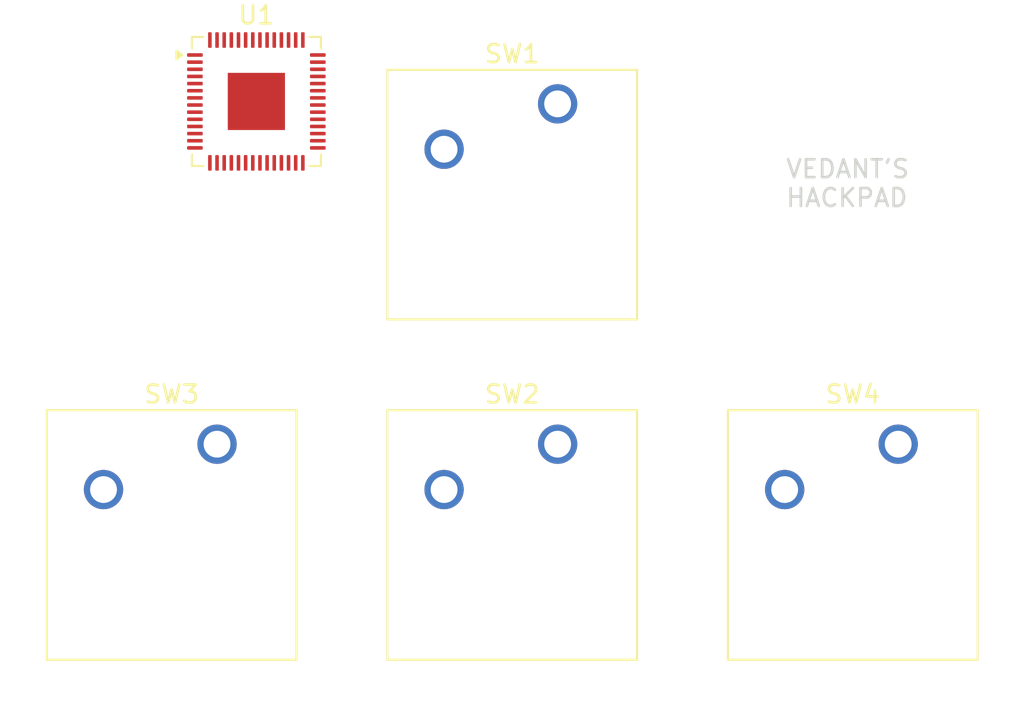
<source format=kicad_pcb>
(kicad_pcb (version 20241229) (generator "pcbnew") (generator_version "9.0")
  (layers (0 "F.Cu" signal) (2 "B.Cu" signal) (13 "F.Paste" user) (15 "B.Paste" user) (5 "F.SilkS" user "F.Silkscreen") (7 "B.SilkS" user "B.Silkscreen") (1 "F.Mask" user) (3 "B.Mask" user) (25 "Edge.Cuts" user))
  (net 0 "")
  (net 2 "Net-(U1-IOVDD-Pad1)")
  (net 3 "Net-(U1-DVDD-Pad23)")
  (net 15 "GND")
  (net 23 "Net-(U1-GPIO5)")
  (net 27 "Net-(U1-GPIO2)")
  (net 32 "Net-(U1-GPIO3)")
  (net 44 "Net-(U1-GPIO4)")
  (footprint "Button_Switch_Keyboard:SW_Cherry_MX_1.00u_PCB" (layer "F.Cu") (at 178.562 64.008)
    (property "Reference" "SW2" (at -2.54 -2.794 0) (layer "F.SilkS"))
    (property "Value" "SW_DOWN")
    (fp_line (start -9.525 -1.905) (end 4.445 -1.905) (stroke (width 0.12)) (layer "F.SilkS"))
    (fp_line (start -9.525 12.065) (end -9.525 -1.905) (stroke (width 0.12)) (layer "F.SilkS"))
    (fp_line (start 4.445 -1.905) (end 4.445 12.065) (stroke (width 0.12)) (layer "F.SilkS"))
    (fp_line (start 4.445 12.065) (end -9.525 12.065) (stroke (width 0.12)) (layer "F.SilkS"))
    (pad "" np_thru_hole circle (at -7.62 5.08) (size 1.7 1.7) (drill 1.7) (layers "*.Cu" "*.Mask"))
    (pad "" np_thru_hole circle (at -2.54 5.08) (size 4 4) (drill 4) (layers "*.Cu" "*.Mask"))
    (pad "" np_thru_hole circle (at 2.54 5.08) (size 1.7 1.7) (drill 1.7) (layers "*.Cu" "*.Mask"))
    (pad "1" thru_hole circle (at 0 0) (size 2.2 2.2) (drill 1.5) (layers "*.Cu" "*.Mask") (net 15 "GND"))
    (pad "2" thru_hole circle (at -6.35 2.54) (size 2.2 2.2) (drill 1.5) (layers "*.Cu" "*.Mask") (net 32 "Net-(U1-GPIO3)"))
  )
  (footprint "Button_Switch_Keyboard:SW_Cherry_MX_1.00u_PCB" (layer "F.Cu") (at 178.562 44.958)
    (property "Reference" "SW1" (at -2.54 -2.794 0) (layer "F.SilkS"))
    (property "Value" "SW_UP")
    (fp_line (start -9.525 -1.905) (end 4.445 -1.905) (stroke (width 0.12)) (layer "F.SilkS"))
    (fp_line (start -9.525 12.065) (end -9.525 -1.905) (stroke (width 0.12)) (layer "F.SilkS"))
    (fp_line (start 4.445 -1.905) (end 4.445 12.065) (stroke (width 0.12)) (layer "F.SilkS"))
    (fp_line (start 4.445 12.065) (end -9.525 12.065) (stroke (width 0.12)) (layer "F.SilkS"))
    (pad "" np_thru_hole circle (at -7.62 5.08) (size 1.7 1.7) (drill 1.7) (layers "*.Cu" "*.Mask"))
    (pad "" np_thru_hole circle (at -2.54 5.08) (size 4 4) (drill 4) (layers "*.Cu" "*.Mask"))
    (pad "" np_thru_hole circle (at 2.54 5.08) (size 1.7 1.7) (drill 1.7) (layers "*.Cu" "*.Mask"))
    (pad "1" thru_hole circle (at 0 0) (size 2.2 2.2) (drill 1.5) (layers "*.Cu" "*.Mask") (net 15 "GND"))
    (pad "2" thru_hole circle (at -6.35 2.54) (size 2.2 2.2) (drill 1.5) (layers "*.Cu" "*.Mask") (net 27 "Net-(U1-GPIO2)"))
  )
  (footprint "Button_Switch_Keyboard:SW_Cherry_MX_1.00u_PCB" (layer "F.Cu") (at 159.512 64.008)
    (property "Reference" "SW3" (at -2.54 -2.794 0) (layer "F.SilkS"))
    (property "Value" "SW_LEFT")
    (fp_line (start -9.525 -1.905) (end 4.445 -1.905) (stroke (width 0.12)) (layer "F.SilkS"))
    (fp_line (start -9.525 12.065) (end -9.525 -1.905) (stroke (width 0.12)) (layer "F.SilkS"))
    (fp_line (start 4.445 -1.905) (end 4.445 12.065) (stroke (width 0.12)) (layer "F.SilkS"))
    (fp_line (start 4.445 12.065) (end -9.525 12.065) (stroke (width 0.12)) (layer "F.SilkS"))
    (pad "" np_thru_hole circle (at -7.62 5.08) (size 1.7 1.7) (drill 1.7) (layers "*.Cu" "*.Mask"))
    (pad "" np_thru_hole circle (at -2.54 5.08) (size 4 4) (drill 4) (layers "*.Cu" "*.Mask"))
    (pad "" np_thru_hole circle (at 2.54 5.08) (size 1.7 1.7) (drill 1.7) (layers "*.Cu" "*.Mask"))
    (pad "1" thru_hole circle (at 0 0) (size 2.2 2.2) (drill 1.5) (layers "*.Cu" "*.Mask"))
    (pad "2" thru_hole circle (at -6.35 2.54) (size 2.2 2.2) (drill 1.5) (layers "*.Cu" "*.Mask") (net 44 "Net-(U1-GPIO4)"))
  )
  (footprint "Package_DFN_QFN:QFN-56-1EP_7x7mm_P0.4mm_EP3.2x3.2mm" (layer "F.Cu") (at 161.712 44.8225)
    (property "Reference" "U1" (at 0 -4.83 0) (layer "F.SilkS"))
    (property "Value" "RP2040")
    (fp_line (start -3.61 -3.61) (end -2.96 -3.61) (stroke (width 0.12)) (layer "F.SilkS"))
    (fp_line (start -3.61 -2.96) (end -3.61 -3.61) (stroke (width 0.12)) (layer "F.SilkS"))
    (fp_line (start -3.61 3.61) (end -3.61 2.96) (stroke (width 0.12)) (layer "F.SilkS"))
    (fp_line (start -2.96 3.61) (end -3.61 3.61) (stroke (width 0.12)) (layer "F.SilkS"))
    (fp_line (start 2.96 -3.61) (end 3.61 -3.61) (stroke (width 0.12)) (layer "F.SilkS"))
    (fp_line (start 3.61 -3.61) (end 3.61 -2.96) (stroke (width 0.12)) (layer "F.SilkS"))
    (fp_line (start 3.61 2.96) (end 3.61 3.61) (stroke (width 0.12)) (layer "F.SilkS"))
    (fp_line (start 3.61 3.61) (end 2.96 3.61) (stroke (width 0.12)) (layer "F.SilkS"))
    (fp_poly (pts (xy -4.14 -2.6) (xy -4.47 -2.36) (xy -4.47 -2.84)) (stroke (width 0.12)) (fill yes) (layer "F.SilkS"))
    (pad "1" smd roundrect (at -3.4375 -2.6) (size 0.875 0.2) (layers "F.Cu" "F.Mask" "F.Paste") (net 2 "Net-(U1-IOVDD-Pad1)"))
    (pad "2" smd roundrect (at -3.4375 -2.2) (size 0.875 0.2) (layers "F.Cu" "F.Mask" "F.Paste"))
    (pad "3" smd roundrect (at -3.4375 -1.8) (size 0.875 0.2) (layers "F.Cu" "F.Mask" "F.Paste"))
    (pad "4" smd roundrect (at -3.4375 -1.4) (size 0.875 0.2) (layers "F.Cu" "F.Mask" "F.Paste") (net 27 "Net-(U1-GPIO2)"))
    (pad "5" smd roundrect (at -3.4375 -1) (size 0.875 0.2) (layers "F.Cu" "F.Mask" "F.Paste") (net 32 "Net-(U1-GPIO3)"))
    (pad "6" smd roundrect (at -3.4375 -0.6) (size 0.875 0.2) (layers "F.Cu" "F.Mask" "F.Paste") (net 44 "Net-(U1-GPIO4)"))
    (pad "7" smd roundrect (at -3.4375 -0.2) (size 0.875 0.2) (layers "F.Cu" "F.Mask" "F.Paste") (net 23 "Net-(U1-GPIO5)"))
    (pad "8" smd roundrect (at -3.4375 0.2) (size 0.875 0.2) (layers "F.Cu" "F.Mask" "F.Paste"))
    (pad "9" smd roundrect (at -3.4375 0.6) (size 0.875 0.2) (layers "F.Cu" "F.Mask" "F.Paste"))
    (pad "10" smd roundrect (at -3.4375 1) (size 0.875 0.2) (layers "F.Cu" "F.Mask" "F.Paste") (net 2 "Net-(U1-IOVDD-Pad1)"))
    (pad "11" smd roundrect (at -3.4375 1.4) (size 0.875 0.2) (layers "F.Cu" "F.Mask" "F.Paste"))
    (pad "12" smd roundrect (at -3.4375 1.8) (size 0.875 0.2) (layers "F.Cu" "F.Mask" "F.Paste"))
    (pad "13" smd roundrect (at -3.4375 2.2) (size 0.875 0.2) (layers "F.Cu" "F.Mask" "F.Paste"))
    (pad "14" smd roundrect (at -3.4375 2.6) (size 0.875 0.2) (layers "F.Cu" "F.Mask" "F.Paste"))
    (pad "15" smd roundrect (at -2.6 3.4375) (size 0.2 0.875) (layers "F.Cu" "F.Mask" "F.Paste"))
    (pad "16" smd roundrect (at -2.2 3.4375) (size 0.2 0.875) (layers "F.Cu" "F.Mask" "F.Paste"))
    (pad "17" smd roundrect (at -1.8 3.4375) (size 0.2 0.875) (layers "F.Cu" "F.Mask" "F.Paste"))
    (pad "18" smd roundrect (at -1.4 3.4375) (size 0.2 0.875) (layers "F.Cu" "F.Mask" "F.Paste"))
    (pad "19" smd roundrect (at -1 3.4375) (size 0.2 0.875) (layers "F.Cu" "F.Mask" "F.Paste"))
    (pad "20" smd roundrect (at -0.6 3.4375) (size 0.2 0.875) (layers "F.Cu" "F.Mask" "F.Paste"))
    (pad "21" smd roundrect (at -0.2 3.4375) (size 0.2 0.875) (layers "F.Cu" "F.Mask" "F.Paste"))
    (pad "22" smd roundrect (at 0.2 3.4375) (size 0.2 0.875) (layers "F.Cu" "F.Mask" "F.Paste") (net 2 "Net-(U1-IOVDD-Pad1)"))
    (pad "23" smd roundrect (at 0.6 3.4375) (size 0.2 0.875) (layers "F.Cu" "F.Mask" "F.Paste") (net 3 "Net-(U1-DVDD-Pad23)"))
    (pad "24" smd roundrect (at 1 3.4375) (size 0.2 0.875) (layers "F.Cu" "F.Mask" "F.Paste"))
    (pad "25" smd roundrect (at 1.4 3.4375) (size 0.2 0.875) (layers "F.Cu" "F.Mask" "F.Paste"))
    (pad "26" smd roundrect (at 1.8 3.4375) (size 0.2 0.875) (layers "F.Cu" "F.Mask" "F.Paste"))
    (pad "27" smd roundrect (at 2.2 3.4375) (size 0.2 0.875) (layers "F.Cu" "F.Mask" "F.Paste"))
    (pad "28" smd roundrect (at 2.6 3.4375) (size 0.2 0.875) (layers "F.Cu" "F.Mask" "F.Paste"))
    (pad "29" smd roundrect (at 3.4375 2.6) (size 0.875 0.2) (layers "F.Cu" "F.Mask" "F.Paste"))
    (pad "30" smd roundrect (at 3.4375 2.2) (size 0.875 0.2) (layers "F.Cu" "F.Mask" "F.Paste"))
    (pad "31" smd roundrect (at 3.4375 1.8) (size 0.875 0.2) (layers "F.Cu" "F.Mask" "F.Paste"))
    (pad "32" smd roundrect (at 3.4375 1.4) (size 0.875 0.2) (layers "F.Cu" "F.Mask" "F.Paste"))
    (pad "33" smd roundrect (at 3.4375 1) (size 0.875 0.2) (layers "F.Cu" "F.Mask" "F.Paste") (net 2 "Net-(U1-IOVDD-Pad1)"))
    (pad "34" smd roundrect (at 3.4375 0.6) (size 0.875 0.2) (layers "F.Cu" "F.Mask" "F.Paste"))
    (pad "35" smd roundrect (at 3.4375 0.2) (size 0.875 0.2) (layers "F.Cu" "F.Mask" "F.Paste"))
    (pad "36" smd roundrect (at 3.4375 -0.2) (size 0.875 0.2) (layers "F.Cu" "F.Mask" "F.Paste"))
    (pad "37" smd roundrect (at 3.4375 -0.6) (size 0.875 0.2) (layers "F.Cu" "F.Mask" "F.Paste"))
    (pad "38" smd roundrect (at 3.4375 -1) (size 0.875 0.2) (layers "F.Cu" "F.Mask" "F.Paste"))
    (pad "39" smd roundrect (at 3.4375 -1.4) (size 0.875 0.2) (layers "F.Cu" "F.Mask" "F.Paste"))
    (pad "40" smd roundrect (at 3.4375 -1.8) (size 0.875 0.2) (layers "F.Cu" "F.Mask" "F.Paste"))
    (pad "41" smd roundrect (at 3.4375 -2.2) (size 0.875 0.2) (layers "F.Cu" "F.Mask" "F.Paste"))
    (pad "42" smd roundrect (at 3.4375 -2.6) (size 0.875 0.2) (layers "F.Cu" "F.Mask" "F.Paste") (net 2 "Net-(U1-IOVDD-Pad1)"))
    (pad "43" smd roundrect (at 2.6 -3.4375) (size 0.2 0.875) (layers "F.Cu" "F.Mask" "F.Paste"))
    (pad "44" smd roundrect (at 2.2 -3.4375) (size 0.2 0.875) (layers "F.Cu" "F.Mask" "F.Paste"))
    (pad "45" smd roundrect (at 1.8 -3.4375) (size 0.2 0.875) (layers "F.Cu" "F.Mask" "F.Paste"))
    (pad "46" smd roundrect (at 1.4 -3.4375) (size 0.2 0.875) (layers "F.Cu" "F.Mask" "F.Paste"))
    (pad "47" smd roundrect (at 1 -3.4375) (size 0.2 0.875) (layers "F.Cu" "F.Mask" "F.Paste"))
    (pad "48" smd roundrect (at 0.6 -3.4375) (size 0.2 0.875) (layers "F.Cu" "F.Mask" "F.Paste"))
    (pad "49" smd roundrect (at 0.2 -3.4375) (size 0.2 0.875) (layers "F.Cu" "F.Mask" "F.Paste") (net 2 "Net-(U1-IOVDD-Pad1)"))
    (pad "50" smd roundrect (at -0.2 -3.4375) (size 0.2 0.875) (layers "F.Cu" "F.Mask" "F.Paste") (net 3 "Net-(U1-DVDD-Pad23)"))
    (pad "51" smd roundrect (at -0.6 -3.4375) (size 0.2 0.875) (layers "F.Cu" "F.Mask" "F.Paste"))
    (pad "52" smd roundrect (at -1 -3.4375) (size 0.2 0.875) (layers "F.Cu" "F.Mask" "F.Paste"))
    (pad "53" smd roundrect (at -1.4 -3.4375) (size 0.2 0.875) (layers "F.Cu" "F.Mask" "F.Paste"))
    (pad "54" smd roundrect (at -1.8 -3.4375) (size 0.2 0.875) (layers "F.Cu" "F.Mask" "F.Paste"))
    (pad "55" smd roundrect (at -2.2 -3.4375) (size 0.2 0.875) (layers "F.Cu" "F.Mask" "F.Paste"))
    (pad "56" smd roundrect (at -2.6 -3.4375) (size 0.2 0.875) (layers "F.Cu" "F.Mask" "F.Paste"))
    (pad "57" smd rect (at 0 0) (size 3.2 3.2) (property pad_prop_heatsink) (layers "F.Cu" "F.Mask") (net 15 "GND"))
  )
  (footprint "Button_Switch_Keyboard:SW_Cherry_MX_1.00u_PCB" (layer "F.Cu") (at 197.612 64.008)
    (property "Reference" "SW4" (at -2.54 -2.794 0) (layer "F.SilkS"))
    (property "Value" "SW_Push")
    (fp_line (start -9.525 -1.905) (end 4.445 -1.905) (stroke (width 0.12)) (layer "F.SilkS"))
    (fp_line (start -9.525 12.065) (end -9.525 -1.905) (stroke (width 0.12)) (layer "F.SilkS"))
    (fp_line (start 4.445 -1.905) (end 4.445 12.065) (stroke (width 0.12)) (layer "F.SilkS"))
    (fp_line (start 4.445 12.065) (end -9.525 12.065) (stroke (width 0.12)) (layer "F.SilkS"))
    (pad "" np_thru_hole circle (at -7.62 5.08) (size 1.7 1.7) (drill 1.7) (layers "*.Cu" "*.Mask"))
    (pad "" np_thru_hole circle (at -2.54 5.08) (size 4 4) (drill 4) (layers "*.Cu" "*.Mask"))
    (pad "" np_thru_hole circle (at 2.54 5.08) (size 1.7 1.7) (drill 1.7) (layers "*.Cu" "*.Mask"))
    (pad "1" thru_hole circle (at 0 0) (size 2.2 2.2) (drill 1.5) (layers "*.Cu" "*.Mask") (net 15 "GND"))
    (pad "2" thru_hole circle (at -6.35 2.54) (size 2.2 2.2) (drill 1.5) (layers "*.Cu" "*.Mask") (net 23 "Net-(U1-GPIO5)"))
  )
  (gr_text "VEDANT'S \nHACKPAD" (at 191.262 50.8 0) (layer "Edge.Cuts") (effects (font (size 1 1)) (justify left bottom)))
)
</source>
